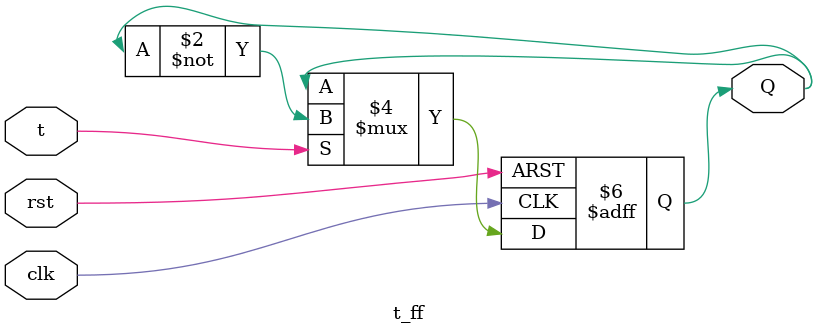
<source format=v>
module t_ff(
    input t,clk,rst,
    output reg Q
    );
	
    always@(posedge clk or posedge rst) begin
			if(rst)
               Q <= 1'b0;
            else
                begin
                   if(t)
                    Q <= ~Q;
                   else
                    Q <= Q;                     
                end
          end
endmodule
</source>
